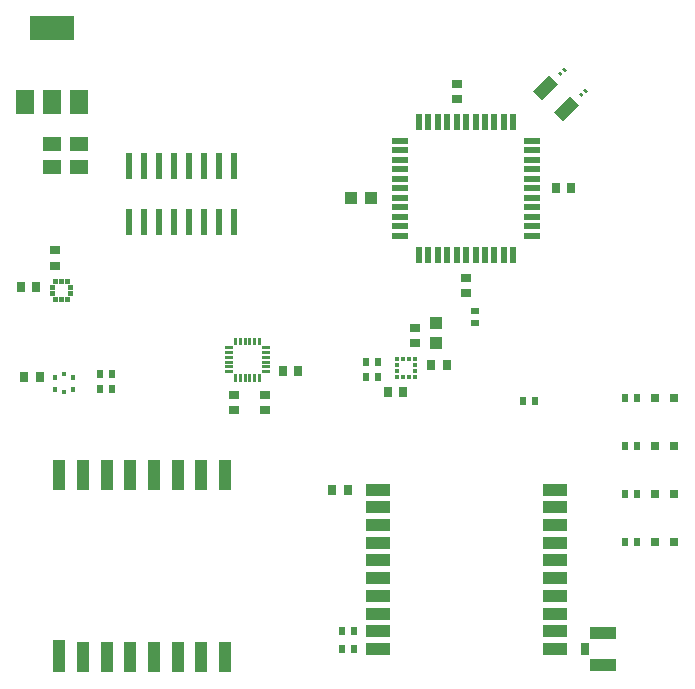
<source format=gbr>
G04 EAGLE Gerber RS-274X export*
G75*
%MOMM*%
%FSLAX34Y34*%
%LPD*%
%INSolderpaste Top*%
%IPPOS*%
%AMOC8*
5,1,8,0,0,1.08239X$1,22.5*%
G01*
%ADD10R,0.700000X0.900000*%
%ADD11R,0.900000X0.700000*%
%ADD12R,1.000000X1.100000*%
%ADD13R,0.600000X0.700000*%
%ADD14R,0.400000X0.350000*%
%ADD15R,0.350000X0.400000*%
%ADD16C,0.031500*%
%ADD17R,2.000000X1.000000*%
%ADD18R,2.200000X1.050000*%
%ADD19R,0.800000X1.000000*%
%ADD20R,1.100000X2.800000*%
%ADD21R,1.100000X2.600000*%
%ADD22R,0.558800X2.184400*%
%ADD23R,1.100000X1.000000*%
%ADD24R,1.100000X1.900000*%
%ADD25R,0.250000X0.350000*%
%ADD26R,0.700000X0.600000*%
%ADD27R,0.800000X0.750000*%
%ADD28R,1.473200X0.508000*%
%ADD29R,0.508000X1.473200*%
%ADD30R,1.498600X2.006600*%
%ADD31R,3.810000X2.006600*%
%ADD32R,1.500000X1.300000*%
%ADD33C,0.055000*%

G36*
X74798Y272242D02*
X74798Y272242D01*
X74807Y272241D01*
X74895Y272262D01*
X74985Y272280D01*
X74992Y272285D01*
X75000Y272287D01*
X75073Y272341D01*
X75149Y272393D01*
X75153Y272400D01*
X75160Y272405D01*
X75207Y272483D01*
X75256Y272560D01*
X75257Y272569D01*
X75262Y272576D01*
X75289Y272740D01*
X75289Y275740D01*
X75288Y275746D01*
X75289Y275752D01*
X75289Y275754D01*
X75289Y275757D01*
X75268Y275845D01*
X75250Y275935D01*
X75245Y275942D01*
X75243Y275950D01*
X75189Y276023D01*
X75137Y276099D01*
X75130Y276103D01*
X75125Y276110D01*
X75047Y276157D01*
X74970Y276206D01*
X74961Y276207D01*
X74954Y276212D01*
X74790Y276239D01*
X72290Y276239D01*
X72282Y276238D01*
X72273Y276239D01*
X72185Y276218D01*
X72095Y276200D01*
X72088Y276195D01*
X72080Y276193D01*
X72007Y276139D01*
X71931Y276087D01*
X71927Y276080D01*
X71920Y276075D01*
X71873Y275997D01*
X71824Y275920D01*
X71823Y275911D01*
X71818Y275904D01*
X71791Y275740D01*
X71791Y272740D01*
X71792Y272732D01*
X71791Y272723D01*
X71812Y272635D01*
X71830Y272545D01*
X71835Y272538D01*
X71837Y272530D01*
X71891Y272457D01*
X71943Y272381D01*
X71950Y272377D01*
X71955Y272370D01*
X72033Y272323D01*
X72110Y272274D01*
X72119Y272273D01*
X72126Y272268D01*
X72290Y272241D01*
X74790Y272241D01*
X74798Y272242D01*
G37*
G36*
X59798Y272242D02*
X59798Y272242D01*
X59807Y272241D01*
X59895Y272262D01*
X59985Y272280D01*
X59992Y272285D01*
X60000Y272287D01*
X60073Y272341D01*
X60149Y272393D01*
X60153Y272400D01*
X60160Y272405D01*
X60207Y272483D01*
X60256Y272560D01*
X60257Y272569D01*
X60262Y272576D01*
X60289Y272740D01*
X60289Y275740D01*
X60288Y275746D01*
X60289Y275752D01*
X60289Y275754D01*
X60289Y275757D01*
X60268Y275845D01*
X60250Y275935D01*
X60245Y275942D01*
X60243Y275950D01*
X60189Y276023D01*
X60137Y276099D01*
X60130Y276103D01*
X60125Y276110D01*
X60047Y276157D01*
X59970Y276206D01*
X59961Y276207D01*
X59954Y276212D01*
X59790Y276239D01*
X57290Y276239D01*
X57282Y276238D01*
X57273Y276239D01*
X57185Y276218D01*
X57095Y276200D01*
X57088Y276195D01*
X57080Y276193D01*
X57007Y276139D01*
X56931Y276087D01*
X56927Y276080D01*
X56920Y276075D01*
X56873Y275997D01*
X56824Y275920D01*
X56823Y275911D01*
X56818Y275904D01*
X56791Y275740D01*
X56791Y272740D01*
X56792Y272732D01*
X56791Y272723D01*
X56812Y272635D01*
X56830Y272545D01*
X56835Y272538D01*
X56837Y272530D01*
X56891Y272457D01*
X56943Y272381D01*
X56950Y272377D01*
X56955Y272370D01*
X57033Y272323D01*
X57110Y272274D01*
X57119Y272273D01*
X57126Y272268D01*
X57290Y272241D01*
X59790Y272241D01*
X59798Y272242D01*
G37*
G36*
X59798Y262242D02*
X59798Y262242D01*
X59807Y262241D01*
X59895Y262262D01*
X59985Y262280D01*
X59992Y262285D01*
X60000Y262287D01*
X60073Y262341D01*
X60149Y262393D01*
X60153Y262400D01*
X60160Y262405D01*
X60207Y262483D01*
X60256Y262560D01*
X60257Y262569D01*
X60262Y262576D01*
X60289Y262740D01*
X60289Y265740D01*
X60288Y265746D01*
X60289Y265752D01*
X60289Y265754D01*
X60289Y265757D01*
X60268Y265845D01*
X60250Y265935D01*
X60245Y265942D01*
X60243Y265950D01*
X60189Y266023D01*
X60137Y266099D01*
X60130Y266103D01*
X60125Y266110D01*
X60047Y266157D01*
X59970Y266206D01*
X59961Y266207D01*
X59954Y266212D01*
X59790Y266239D01*
X57290Y266239D01*
X57282Y266238D01*
X57273Y266239D01*
X57185Y266218D01*
X57095Y266200D01*
X57088Y266195D01*
X57080Y266193D01*
X57007Y266139D01*
X56931Y266087D01*
X56927Y266080D01*
X56920Y266075D01*
X56873Y265997D01*
X56824Y265920D01*
X56823Y265911D01*
X56818Y265904D01*
X56791Y265740D01*
X56791Y262740D01*
X56792Y262732D01*
X56791Y262723D01*
X56812Y262635D01*
X56830Y262545D01*
X56835Y262538D01*
X56837Y262530D01*
X56891Y262457D01*
X56943Y262381D01*
X56950Y262377D01*
X56955Y262370D01*
X57033Y262323D01*
X57110Y262274D01*
X57119Y262273D01*
X57126Y262268D01*
X57290Y262241D01*
X59790Y262241D01*
X59798Y262242D01*
G37*
G36*
X74798Y262242D02*
X74798Y262242D01*
X74807Y262241D01*
X74895Y262262D01*
X74985Y262280D01*
X74992Y262285D01*
X75000Y262287D01*
X75073Y262341D01*
X75149Y262393D01*
X75153Y262400D01*
X75160Y262405D01*
X75207Y262483D01*
X75256Y262560D01*
X75257Y262569D01*
X75262Y262576D01*
X75289Y262740D01*
X75289Y265740D01*
X75288Y265746D01*
X75289Y265752D01*
X75289Y265754D01*
X75289Y265757D01*
X75268Y265845D01*
X75250Y265935D01*
X75245Y265942D01*
X75243Y265950D01*
X75189Y266023D01*
X75137Y266099D01*
X75130Y266103D01*
X75125Y266110D01*
X75047Y266157D01*
X74970Y266206D01*
X74961Y266207D01*
X74954Y266212D01*
X74790Y266239D01*
X72290Y266239D01*
X72282Y266238D01*
X72273Y266239D01*
X72185Y266218D01*
X72095Y266200D01*
X72088Y266195D01*
X72080Y266193D01*
X72007Y266139D01*
X71931Y266087D01*
X71927Y266080D01*
X71920Y266075D01*
X71873Y265997D01*
X71824Y265920D01*
X71823Y265911D01*
X71818Y265904D01*
X71791Y265740D01*
X71791Y262740D01*
X71792Y262732D01*
X71791Y262723D01*
X71812Y262635D01*
X71830Y262545D01*
X71835Y262538D01*
X71837Y262530D01*
X71891Y262457D01*
X71943Y262381D01*
X71950Y262377D01*
X71955Y262370D01*
X72033Y262323D01*
X72110Y262274D01*
X72119Y262273D01*
X72126Y262268D01*
X72290Y262241D01*
X74790Y262241D01*
X74798Y262242D01*
G37*
G36*
X67548Y259992D02*
X67548Y259992D01*
X67557Y259991D01*
X67645Y260012D01*
X67735Y260030D01*
X67742Y260035D01*
X67750Y260037D01*
X67823Y260091D01*
X67899Y260143D01*
X67903Y260150D01*
X67910Y260155D01*
X67957Y260233D01*
X68006Y260310D01*
X68007Y260319D01*
X68012Y260326D01*
X68039Y260490D01*
X68039Y262990D01*
X68038Y262997D01*
X68039Y263003D01*
X68039Y263004D01*
X68039Y263007D01*
X68018Y263095D01*
X68000Y263185D01*
X67995Y263192D01*
X67993Y263200D01*
X67939Y263273D01*
X67887Y263349D01*
X67880Y263353D01*
X67875Y263360D01*
X67797Y263407D01*
X67720Y263456D01*
X67711Y263457D01*
X67704Y263462D01*
X67540Y263489D01*
X64540Y263489D01*
X64532Y263488D01*
X64523Y263489D01*
X64435Y263468D01*
X64345Y263450D01*
X64338Y263445D01*
X64330Y263443D01*
X64257Y263389D01*
X64181Y263337D01*
X64177Y263330D01*
X64170Y263325D01*
X64123Y263247D01*
X64074Y263170D01*
X64073Y263161D01*
X64068Y263154D01*
X64041Y262990D01*
X64041Y260490D01*
X64042Y260482D01*
X64041Y260473D01*
X64062Y260385D01*
X64080Y260295D01*
X64085Y260288D01*
X64087Y260280D01*
X64141Y260207D01*
X64193Y260131D01*
X64200Y260127D01*
X64205Y260120D01*
X64283Y260073D01*
X64360Y260024D01*
X64369Y260023D01*
X64376Y260018D01*
X64540Y259991D01*
X67540Y259991D01*
X67548Y259992D01*
G37*
G36*
X67548Y274992D02*
X67548Y274992D01*
X67557Y274991D01*
X67645Y275012D01*
X67735Y275030D01*
X67742Y275035D01*
X67750Y275037D01*
X67823Y275091D01*
X67899Y275143D01*
X67903Y275150D01*
X67910Y275155D01*
X67957Y275233D01*
X68006Y275310D01*
X68007Y275319D01*
X68012Y275326D01*
X68039Y275490D01*
X68039Y277990D01*
X68038Y277997D01*
X68039Y278003D01*
X68039Y278004D01*
X68039Y278007D01*
X68018Y278095D01*
X68000Y278185D01*
X67995Y278192D01*
X67993Y278200D01*
X67939Y278273D01*
X67887Y278349D01*
X67880Y278353D01*
X67875Y278360D01*
X67797Y278407D01*
X67720Y278456D01*
X67711Y278457D01*
X67704Y278462D01*
X67540Y278489D01*
X64540Y278489D01*
X64532Y278488D01*
X64523Y278489D01*
X64435Y278468D01*
X64345Y278450D01*
X64338Y278445D01*
X64330Y278443D01*
X64257Y278389D01*
X64181Y278337D01*
X64177Y278330D01*
X64170Y278325D01*
X64123Y278247D01*
X64074Y278170D01*
X64073Y278161D01*
X64068Y278154D01*
X64041Y277990D01*
X64041Y275490D01*
X64042Y275482D01*
X64041Y275473D01*
X64062Y275385D01*
X64080Y275295D01*
X64085Y275288D01*
X64087Y275280D01*
X64141Y275207D01*
X64193Y275131D01*
X64200Y275127D01*
X64205Y275120D01*
X64283Y275073D01*
X64360Y275024D01*
X64369Y275023D01*
X64376Y275018D01*
X64540Y274991D01*
X67540Y274991D01*
X67548Y274992D01*
G37*
D10*
X293220Y179070D03*
X306220Y179070D03*
X251310Y279654D03*
X264310Y279654D03*
D11*
X210040Y259436D03*
X210040Y246436D03*
X236474Y259484D03*
X236474Y246484D03*
D10*
X42568Y350520D03*
X29568Y350520D03*
D11*
X58420Y368912D03*
X58420Y381912D03*
D10*
X377040Y284480D03*
X390040Y284480D03*
D12*
X380492Y303412D03*
X380492Y320412D03*
D10*
X352956Y261620D03*
X339956Y261620D03*
D11*
X363220Y303380D03*
X363220Y316380D03*
D10*
X45362Y274320D03*
X32362Y274320D03*
D13*
X301324Y59182D03*
X311324Y59182D03*
X301324Y44196D03*
X311324Y44196D03*
X321390Y274320D03*
X331390Y274320D03*
X321390Y287020D03*
X331390Y287020D03*
X106600Y264160D03*
X96600Y264160D03*
X106600Y276860D03*
X96600Y276860D03*
X551100Y134620D03*
X541100Y134620D03*
D14*
X348000Y289440D03*
X348000Y284440D03*
X348000Y279440D03*
X348000Y274440D03*
D15*
X353100Y274340D03*
X358100Y274340D03*
D14*
X363200Y274440D03*
X363200Y279440D03*
X363200Y284440D03*
X363200Y289440D03*
D15*
X358100Y289540D03*
X353100Y289540D03*
D16*
X57443Y348737D02*
X57443Y352223D01*
X57443Y348737D02*
X54257Y348737D01*
X54257Y352223D01*
X57443Y352223D01*
X57443Y349036D02*
X54257Y349036D01*
X54257Y349335D02*
X57443Y349335D01*
X57443Y349634D02*
X54257Y349634D01*
X54257Y349933D02*
X57443Y349933D01*
X57443Y350232D02*
X54257Y350232D01*
X54257Y350531D02*
X57443Y350531D01*
X57443Y350830D02*
X54257Y350830D01*
X54257Y351129D02*
X57443Y351129D01*
X57443Y351428D02*
X54257Y351428D01*
X54257Y351727D02*
X57443Y351727D01*
X57443Y352026D02*
X54257Y352026D01*
X57443Y347223D02*
X57443Y343737D01*
X54257Y343737D01*
X54257Y347223D01*
X57443Y347223D01*
X57443Y344036D02*
X54257Y344036D01*
X54257Y344335D02*
X57443Y344335D01*
X57443Y344634D02*
X54257Y344634D01*
X54257Y344933D02*
X57443Y344933D01*
X57443Y345232D02*
X54257Y345232D01*
X54257Y345531D02*
X57443Y345531D01*
X57443Y345830D02*
X54257Y345830D01*
X54257Y346129D02*
X57443Y346129D01*
X57443Y346428D02*
X54257Y346428D01*
X54257Y346727D02*
X57443Y346727D01*
X57443Y347026D02*
X54257Y347026D01*
X60093Y342073D02*
X60093Y338587D01*
X56907Y338587D01*
X56907Y342073D01*
X60093Y342073D01*
X60093Y338886D02*
X56907Y338886D01*
X56907Y339185D02*
X60093Y339185D01*
X60093Y339484D02*
X56907Y339484D01*
X56907Y339783D02*
X60093Y339783D01*
X60093Y340082D02*
X56907Y340082D01*
X56907Y340381D02*
X60093Y340381D01*
X60093Y340680D02*
X56907Y340680D01*
X56907Y340979D02*
X60093Y340979D01*
X60093Y341278D02*
X56907Y341278D01*
X56907Y341577D02*
X60093Y341577D01*
X60093Y341876D02*
X56907Y341876D01*
X65093Y342073D02*
X65093Y338587D01*
X61907Y338587D01*
X61907Y342073D01*
X65093Y342073D01*
X65093Y338886D02*
X61907Y338886D01*
X61907Y339185D02*
X65093Y339185D01*
X65093Y339484D02*
X61907Y339484D01*
X61907Y339783D02*
X65093Y339783D01*
X65093Y340082D02*
X61907Y340082D01*
X61907Y340381D02*
X65093Y340381D01*
X65093Y340680D02*
X61907Y340680D01*
X61907Y340979D02*
X65093Y340979D01*
X65093Y341278D02*
X61907Y341278D01*
X61907Y341577D02*
X65093Y341577D01*
X65093Y341876D02*
X61907Y341876D01*
X70093Y342073D02*
X70093Y338587D01*
X66907Y338587D01*
X66907Y342073D01*
X70093Y342073D01*
X70093Y338886D02*
X66907Y338886D01*
X66907Y339185D02*
X70093Y339185D01*
X70093Y339484D02*
X66907Y339484D01*
X66907Y339783D02*
X70093Y339783D01*
X70093Y340082D02*
X66907Y340082D01*
X66907Y340381D02*
X70093Y340381D01*
X70093Y340680D02*
X66907Y340680D01*
X66907Y340979D02*
X70093Y340979D01*
X70093Y341278D02*
X66907Y341278D01*
X66907Y341577D02*
X70093Y341577D01*
X70093Y341876D02*
X66907Y341876D01*
X72743Y343737D02*
X72743Y347223D01*
X72743Y343737D02*
X69557Y343737D01*
X69557Y347223D01*
X72743Y347223D01*
X72743Y344036D02*
X69557Y344036D01*
X69557Y344335D02*
X72743Y344335D01*
X72743Y344634D02*
X69557Y344634D01*
X69557Y344933D02*
X72743Y344933D01*
X72743Y345232D02*
X69557Y345232D01*
X69557Y345531D02*
X72743Y345531D01*
X72743Y345830D02*
X69557Y345830D01*
X69557Y346129D02*
X72743Y346129D01*
X72743Y346428D02*
X69557Y346428D01*
X69557Y346727D02*
X72743Y346727D01*
X72743Y347026D02*
X69557Y347026D01*
X72743Y348737D02*
X72743Y352223D01*
X72743Y348737D02*
X69557Y348737D01*
X69557Y352223D01*
X72743Y352223D01*
X72743Y349036D02*
X69557Y349036D01*
X69557Y349335D02*
X72743Y349335D01*
X72743Y349634D02*
X69557Y349634D01*
X69557Y349933D02*
X72743Y349933D01*
X72743Y350232D02*
X69557Y350232D01*
X69557Y350531D02*
X72743Y350531D01*
X72743Y350830D02*
X69557Y350830D01*
X69557Y351129D02*
X72743Y351129D01*
X72743Y351428D02*
X69557Y351428D01*
X69557Y351727D02*
X72743Y351727D01*
X72743Y352026D02*
X69557Y352026D01*
X70093Y353887D02*
X70093Y357373D01*
X70093Y353887D02*
X66907Y353887D01*
X66907Y357373D01*
X70093Y357373D01*
X70093Y354186D02*
X66907Y354186D01*
X66907Y354485D02*
X70093Y354485D01*
X70093Y354784D02*
X66907Y354784D01*
X66907Y355083D02*
X70093Y355083D01*
X70093Y355382D02*
X66907Y355382D01*
X66907Y355681D02*
X70093Y355681D01*
X70093Y355980D02*
X66907Y355980D01*
X66907Y356279D02*
X70093Y356279D01*
X70093Y356578D02*
X66907Y356578D01*
X66907Y356877D02*
X70093Y356877D01*
X70093Y357176D02*
X66907Y357176D01*
X65093Y357373D02*
X65093Y353887D01*
X61907Y353887D01*
X61907Y357373D01*
X65093Y357373D01*
X65093Y354186D02*
X61907Y354186D01*
X61907Y354485D02*
X65093Y354485D01*
X65093Y354784D02*
X61907Y354784D01*
X61907Y355083D02*
X65093Y355083D01*
X65093Y355382D02*
X61907Y355382D01*
X61907Y355681D02*
X65093Y355681D01*
X65093Y355980D02*
X61907Y355980D01*
X61907Y356279D02*
X65093Y356279D01*
X65093Y356578D02*
X61907Y356578D01*
X61907Y356877D02*
X65093Y356877D01*
X65093Y357176D02*
X61907Y357176D01*
X60093Y357373D02*
X60093Y353887D01*
X56907Y353887D01*
X56907Y357373D01*
X60093Y357373D01*
X60093Y354186D02*
X56907Y354186D01*
X56907Y354485D02*
X60093Y354485D01*
X60093Y354784D02*
X56907Y354784D01*
X56907Y355083D02*
X60093Y355083D01*
X60093Y355382D02*
X56907Y355382D01*
X56907Y355681D02*
X60093Y355681D01*
X60093Y355980D02*
X56907Y355980D01*
X56907Y356279D02*
X60093Y356279D01*
X60093Y356578D02*
X56907Y356578D01*
X56907Y356877D02*
X60093Y356877D01*
X60093Y357176D02*
X56907Y357176D01*
D17*
X331400Y179260D03*
X331400Y164260D03*
X331400Y149260D03*
X331400Y134260D03*
X331400Y119260D03*
X331400Y104260D03*
X331400Y89260D03*
X331400Y74260D03*
X331400Y59260D03*
X331400Y44260D03*
X481400Y44260D03*
X481400Y59260D03*
X481400Y74260D03*
X481400Y89260D03*
X481400Y104260D03*
X481400Y119260D03*
X481400Y134260D03*
X481400Y149260D03*
X481400Y164260D03*
X481400Y179260D03*
D18*
X521970Y30700D03*
X521970Y58200D03*
D19*
X506720Y44450D03*
D20*
X62080Y38300D03*
D21*
X82080Y37300D03*
X102080Y37300D03*
X122080Y37300D03*
X142080Y37300D03*
X162080Y37300D03*
X182080Y37300D03*
X202080Y37300D03*
X202080Y191300D03*
X182080Y191300D03*
X162080Y191300D03*
X142080Y191300D03*
X122080Y191300D03*
X102080Y191300D03*
X82080Y191300D03*
X62080Y191300D03*
D22*
X209550Y452882D03*
X196850Y452882D03*
X184150Y452882D03*
X171450Y452882D03*
X158750Y452882D03*
X146050Y452882D03*
X133350Y452882D03*
X120650Y452882D03*
X120650Y405638D03*
X133350Y405638D03*
X146050Y405638D03*
X158750Y405638D03*
X171450Y405638D03*
X184150Y405638D03*
X196850Y405638D03*
X209550Y405638D03*
D11*
X406400Y358290D03*
X406400Y345290D03*
D10*
X482450Y434340D03*
X495450Y434340D03*
D23*
X325746Y426212D03*
X308746Y426212D03*
D24*
G36*
X494267Y512307D02*
X502045Y504529D01*
X488611Y491095D01*
X480833Y498873D01*
X494267Y512307D01*
G37*
G36*
X476589Y529985D02*
X484367Y522207D01*
X470933Y508773D01*
X463155Y516551D01*
X476589Y529985D01*
G37*
D25*
G36*
X487327Y535521D02*
X489095Y537289D01*
X491569Y534815D01*
X489801Y533047D01*
X487327Y535521D01*
G37*
G36*
X483791Y531985D02*
X485559Y533753D01*
X488033Y531279D01*
X486265Y529511D01*
X483791Y531985D01*
G37*
G36*
X505107Y517741D02*
X506875Y519509D01*
X509349Y517035D01*
X507581Y515267D01*
X505107Y517741D01*
G37*
G36*
X501571Y514205D02*
X503339Y515973D01*
X505813Y513499D01*
X504045Y511731D01*
X501571Y514205D01*
G37*
D26*
X414020Y330120D03*
X414020Y320120D03*
D13*
X551100Y215900D03*
X541100Y215900D03*
X551100Y256540D03*
X541100Y256540D03*
D27*
X582040Y215900D03*
X566040Y215900D03*
X582040Y256540D03*
X566040Y256540D03*
X582040Y134620D03*
X566040Y134620D03*
D28*
X350266Y474340D03*
X350266Y466340D03*
X350266Y458340D03*
X350266Y450340D03*
X350266Y442340D03*
X350266Y434340D03*
X350266Y426340D03*
X350266Y418340D03*
X350266Y410340D03*
X350266Y402340D03*
X350266Y394340D03*
D29*
X366400Y378206D03*
X374400Y378206D03*
X382400Y378206D03*
X390400Y378206D03*
X398400Y378206D03*
X406400Y378206D03*
X414400Y378206D03*
X422400Y378206D03*
X430400Y378206D03*
X438400Y378206D03*
X446400Y378206D03*
D28*
X462534Y394340D03*
X462534Y402340D03*
X462534Y410340D03*
X462534Y418340D03*
X462534Y426340D03*
X462534Y434340D03*
X462534Y442340D03*
X462534Y450340D03*
X462534Y458340D03*
X462534Y466340D03*
X462534Y474340D03*
D29*
X446400Y490474D03*
X438400Y490474D03*
X430400Y490474D03*
X422400Y490474D03*
X414400Y490474D03*
X406400Y490474D03*
X398400Y490474D03*
X390400Y490474D03*
X382400Y490474D03*
X374400Y490474D03*
X366400Y490474D03*
D11*
X398272Y509628D03*
X398272Y522628D03*
D13*
X454740Y254000D03*
X464740Y254000D03*
D30*
X33274Y506984D03*
X56134Y506984D03*
X78994Y506984D03*
D31*
X55880Y569976D03*
D32*
X78740Y452780D03*
X78740Y471780D03*
X55880Y452780D03*
X55880Y471780D03*
D27*
X582040Y175260D03*
X566040Y175260D03*
D13*
X551100Y175260D03*
X541100Y175260D03*
D33*
X208455Y298735D02*
X202605Y298735D01*
X202605Y300385D01*
X208455Y300385D01*
X208455Y298735D01*
X208455Y299257D02*
X202605Y299257D01*
X202605Y299779D02*
X208455Y299779D01*
X208455Y300301D02*
X202605Y300301D01*
X202605Y294735D02*
X208455Y294735D01*
X202605Y294735D02*
X202605Y296385D01*
X208455Y296385D01*
X208455Y294735D01*
X208455Y295257D02*
X202605Y295257D01*
X202605Y295779D02*
X208455Y295779D01*
X208455Y296301D02*
X202605Y296301D01*
X202605Y290735D02*
X208455Y290735D01*
X202605Y290735D02*
X202605Y292385D01*
X208455Y292385D01*
X208455Y290735D01*
X208455Y291257D02*
X202605Y291257D01*
X202605Y291779D02*
X208455Y291779D01*
X208455Y292301D02*
X202605Y292301D01*
X202605Y286735D02*
X208455Y286735D01*
X202605Y286735D02*
X202605Y288385D01*
X208455Y288385D01*
X208455Y286735D01*
X208455Y287257D02*
X202605Y287257D01*
X202605Y287779D02*
X208455Y287779D01*
X208455Y288301D02*
X202605Y288301D01*
X202605Y282735D02*
X208455Y282735D01*
X202605Y282735D02*
X202605Y284385D01*
X208455Y284385D01*
X208455Y282735D01*
X208455Y283257D02*
X202605Y283257D01*
X202605Y283779D02*
X208455Y283779D01*
X208455Y284301D02*
X202605Y284301D01*
X202605Y278735D02*
X208455Y278735D01*
X202605Y278735D02*
X202605Y280385D01*
X208455Y280385D01*
X208455Y278735D01*
X208455Y279257D02*
X202605Y279257D01*
X202605Y279779D02*
X208455Y279779D01*
X208455Y280301D02*
X202605Y280301D01*
X211805Y277035D02*
X211805Y271185D01*
X210155Y271185D01*
X210155Y277035D01*
X211805Y277035D01*
X211805Y271707D02*
X210155Y271707D01*
X210155Y272229D02*
X211805Y272229D01*
X211805Y272751D02*
X210155Y272751D01*
X210155Y273273D02*
X211805Y273273D01*
X211805Y273795D02*
X210155Y273795D01*
X210155Y274317D02*
X211805Y274317D01*
X211805Y274839D02*
X210155Y274839D01*
X210155Y275361D02*
X211805Y275361D01*
X211805Y275883D02*
X210155Y275883D01*
X210155Y276405D02*
X211805Y276405D01*
X211805Y276927D02*
X210155Y276927D01*
X215805Y277035D02*
X215805Y271185D01*
X214155Y271185D01*
X214155Y277035D01*
X215805Y277035D01*
X215805Y271707D02*
X214155Y271707D01*
X214155Y272229D02*
X215805Y272229D01*
X215805Y272751D02*
X214155Y272751D01*
X214155Y273273D02*
X215805Y273273D01*
X215805Y273795D02*
X214155Y273795D01*
X214155Y274317D02*
X215805Y274317D01*
X215805Y274839D02*
X214155Y274839D01*
X214155Y275361D02*
X215805Y275361D01*
X215805Y275883D02*
X214155Y275883D01*
X214155Y276405D02*
X215805Y276405D01*
X215805Y276927D02*
X214155Y276927D01*
X219805Y277035D02*
X219805Y271185D01*
X218155Y271185D01*
X218155Y277035D01*
X219805Y277035D01*
X219805Y271707D02*
X218155Y271707D01*
X218155Y272229D02*
X219805Y272229D01*
X219805Y272751D02*
X218155Y272751D01*
X218155Y273273D02*
X219805Y273273D01*
X219805Y273795D02*
X218155Y273795D01*
X218155Y274317D02*
X219805Y274317D01*
X219805Y274839D02*
X218155Y274839D01*
X218155Y275361D02*
X219805Y275361D01*
X219805Y275883D02*
X218155Y275883D01*
X218155Y276405D02*
X219805Y276405D01*
X219805Y276927D02*
X218155Y276927D01*
X223805Y277035D02*
X223805Y271185D01*
X222155Y271185D01*
X222155Y277035D01*
X223805Y277035D01*
X223805Y271707D02*
X222155Y271707D01*
X222155Y272229D02*
X223805Y272229D01*
X223805Y272751D02*
X222155Y272751D01*
X222155Y273273D02*
X223805Y273273D01*
X223805Y273795D02*
X222155Y273795D01*
X222155Y274317D02*
X223805Y274317D01*
X223805Y274839D02*
X222155Y274839D01*
X222155Y275361D02*
X223805Y275361D01*
X223805Y275883D02*
X222155Y275883D01*
X222155Y276405D02*
X223805Y276405D01*
X223805Y276927D02*
X222155Y276927D01*
X227805Y277035D02*
X227805Y271185D01*
X226155Y271185D01*
X226155Y277035D01*
X227805Y277035D01*
X227805Y271707D02*
X226155Y271707D01*
X226155Y272229D02*
X227805Y272229D01*
X227805Y272751D02*
X226155Y272751D01*
X226155Y273273D02*
X227805Y273273D01*
X227805Y273795D02*
X226155Y273795D01*
X226155Y274317D02*
X227805Y274317D01*
X227805Y274839D02*
X226155Y274839D01*
X226155Y275361D02*
X227805Y275361D01*
X227805Y275883D02*
X226155Y275883D01*
X226155Y276405D02*
X227805Y276405D01*
X227805Y276927D02*
X226155Y276927D01*
X231805Y277035D02*
X231805Y271185D01*
X230155Y271185D01*
X230155Y277035D01*
X231805Y277035D01*
X231805Y271707D02*
X230155Y271707D01*
X230155Y272229D02*
X231805Y272229D01*
X231805Y272751D02*
X230155Y272751D01*
X230155Y273273D02*
X231805Y273273D01*
X231805Y273795D02*
X230155Y273795D01*
X230155Y274317D02*
X231805Y274317D01*
X231805Y274839D02*
X230155Y274839D01*
X230155Y275361D02*
X231805Y275361D01*
X231805Y275883D02*
X230155Y275883D01*
X230155Y276405D02*
X231805Y276405D01*
X231805Y276927D02*
X230155Y276927D01*
X233505Y280385D02*
X239355Y280385D01*
X239355Y278735D01*
X233505Y278735D01*
X233505Y280385D01*
X233505Y279257D02*
X239355Y279257D01*
X239355Y279779D02*
X233505Y279779D01*
X233505Y280301D02*
X239355Y280301D01*
X239355Y284385D02*
X233505Y284385D01*
X239355Y284385D02*
X239355Y282735D01*
X233505Y282735D01*
X233505Y284385D01*
X233505Y283257D02*
X239355Y283257D01*
X239355Y283779D02*
X233505Y283779D01*
X233505Y284301D02*
X239355Y284301D01*
X239355Y288385D02*
X233505Y288385D01*
X239355Y288385D02*
X239355Y286735D01*
X233505Y286735D01*
X233505Y288385D01*
X233505Y287257D02*
X239355Y287257D01*
X239355Y287779D02*
X233505Y287779D01*
X233505Y288301D02*
X239355Y288301D01*
X239355Y292385D02*
X233505Y292385D01*
X239355Y292385D02*
X239355Y290735D01*
X233505Y290735D01*
X233505Y292385D01*
X233505Y291257D02*
X239355Y291257D01*
X239355Y291779D02*
X233505Y291779D01*
X233505Y292301D02*
X239355Y292301D01*
X239355Y296385D02*
X233505Y296385D01*
X239355Y296385D02*
X239355Y294735D01*
X233505Y294735D01*
X233505Y296385D01*
X233505Y295257D02*
X239355Y295257D01*
X239355Y295779D02*
X233505Y295779D01*
X233505Y296301D02*
X239355Y296301D01*
X239355Y300385D02*
X233505Y300385D01*
X239355Y300385D02*
X239355Y298735D01*
X233505Y298735D01*
X233505Y300385D01*
X233505Y299257D02*
X239355Y299257D01*
X239355Y299779D02*
X233505Y299779D01*
X233505Y300301D02*
X239355Y300301D01*
X230155Y302085D02*
X230155Y307935D01*
X231805Y307935D01*
X231805Y302085D01*
X230155Y302085D01*
X230155Y302607D02*
X231805Y302607D01*
X231805Y303129D02*
X230155Y303129D01*
X230155Y303651D02*
X231805Y303651D01*
X231805Y304173D02*
X230155Y304173D01*
X230155Y304695D02*
X231805Y304695D01*
X231805Y305217D02*
X230155Y305217D01*
X230155Y305739D02*
X231805Y305739D01*
X231805Y306261D02*
X230155Y306261D01*
X230155Y306783D02*
X231805Y306783D01*
X231805Y307305D02*
X230155Y307305D01*
X230155Y307827D02*
X231805Y307827D01*
X226155Y307935D02*
X226155Y302085D01*
X226155Y307935D02*
X227805Y307935D01*
X227805Y302085D01*
X226155Y302085D01*
X226155Y302607D02*
X227805Y302607D01*
X227805Y303129D02*
X226155Y303129D01*
X226155Y303651D02*
X227805Y303651D01*
X227805Y304173D02*
X226155Y304173D01*
X226155Y304695D02*
X227805Y304695D01*
X227805Y305217D02*
X226155Y305217D01*
X226155Y305739D02*
X227805Y305739D01*
X227805Y306261D02*
X226155Y306261D01*
X226155Y306783D02*
X227805Y306783D01*
X227805Y307305D02*
X226155Y307305D01*
X226155Y307827D02*
X227805Y307827D01*
X222155Y307935D02*
X222155Y302085D01*
X222155Y307935D02*
X223805Y307935D01*
X223805Y302085D01*
X222155Y302085D01*
X222155Y302607D02*
X223805Y302607D01*
X223805Y303129D02*
X222155Y303129D01*
X222155Y303651D02*
X223805Y303651D01*
X223805Y304173D02*
X222155Y304173D01*
X222155Y304695D02*
X223805Y304695D01*
X223805Y305217D02*
X222155Y305217D01*
X222155Y305739D02*
X223805Y305739D01*
X223805Y306261D02*
X222155Y306261D01*
X222155Y306783D02*
X223805Y306783D01*
X223805Y307305D02*
X222155Y307305D01*
X222155Y307827D02*
X223805Y307827D01*
X218155Y307935D02*
X218155Y302085D01*
X218155Y307935D02*
X219805Y307935D01*
X219805Y302085D01*
X218155Y302085D01*
X218155Y302607D02*
X219805Y302607D01*
X219805Y303129D02*
X218155Y303129D01*
X218155Y303651D02*
X219805Y303651D01*
X219805Y304173D02*
X218155Y304173D01*
X218155Y304695D02*
X219805Y304695D01*
X219805Y305217D02*
X218155Y305217D01*
X218155Y305739D02*
X219805Y305739D01*
X219805Y306261D02*
X218155Y306261D01*
X218155Y306783D02*
X219805Y306783D01*
X219805Y307305D02*
X218155Y307305D01*
X218155Y307827D02*
X219805Y307827D01*
X214155Y307935D02*
X214155Y302085D01*
X214155Y307935D02*
X215805Y307935D01*
X215805Y302085D01*
X214155Y302085D01*
X214155Y302607D02*
X215805Y302607D01*
X215805Y303129D02*
X214155Y303129D01*
X214155Y303651D02*
X215805Y303651D01*
X215805Y304173D02*
X214155Y304173D01*
X214155Y304695D02*
X215805Y304695D01*
X215805Y305217D02*
X214155Y305217D01*
X214155Y305739D02*
X215805Y305739D01*
X215805Y306261D02*
X214155Y306261D01*
X214155Y306783D02*
X215805Y306783D01*
X215805Y307305D02*
X214155Y307305D01*
X214155Y307827D02*
X215805Y307827D01*
X210155Y307935D02*
X210155Y302085D01*
X210155Y307935D02*
X211805Y307935D01*
X211805Y302085D01*
X210155Y302085D01*
X210155Y302607D02*
X211805Y302607D01*
X211805Y303129D02*
X210155Y303129D01*
X210155Y303651D02*
X211805Y303651D01*
X211805Y304173D02*
X210155Y304173D01*
X210155Y304695D02*
X211805Y304695D01*
X211805Y305217D02*
X210155Y305217D01*
X210155Y305739D02*
X211805Y305739D01*
X211805Y306261D02*
X210155Y306261D01*
X210155Y306783D02*
X211805Y306783D01*
X211805Y307305D02*
X210155Y307305D01*
X210155Y307827D02*
X211805Y307827D01*
M02*

</source>
